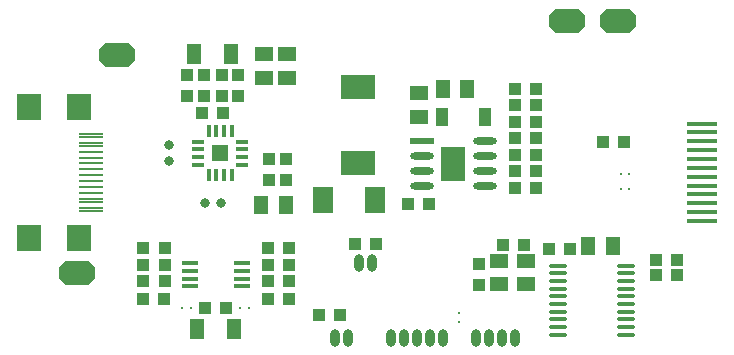
<source format=gtp>
G04 Layer_Color=8421504*
%FSLAX44Y44*%
%MOMM*%
G71*
G01*
G75*
%ADD10R,1.5000X1.2000*%
%ADD11O,1.5000X0.4000*%
%ADD12R,1.4500X0.4500*%
G04:AMPARAMS|DCode=13|XSize=0.99mm|YSize=0.34mm|CornerRadius=0.0425mm|HoleSize=0mm|Usage=FLASHONLY|Rotation=180.000|XOffset=0mm|YOffset=0mm|HoleType=Round|Shape=RoundedRectangle|*
%AMROUNDEDRECTD13*
21,1,0.9900,0.2550,0,0,180.0*
21,1,0.9050,0.3400,0,0,180.0*
1,1,0.0850,-0.4525,0.1275*
1,1,0.0850,0.4525,0.1275*
1,1,0.0850,0.4525,-0.1275*
1,1,0.0850,-0.4525,-0.1275*
%
%ADD13ROUNDEDRECTD13*%
G04:AMPARAMS|DCode=14|XSize=0.99mm|YSize=0.34mm|CornerRadius=0.0425mm|HoleSize=0mm|Usage=FLASHONLY|Rotation=90.000|XOffset=0mm|YOffset=0mm|HoleType=Round|Shape=RoundedRectangle|*
%AMROUNDEDRECTD14*
21,1,0.9900,0.2550,0,0,90.0*
21,1,0.9050,0.3400,0,0,90.0*
1,1,0.0850,0.1275,0.4525*
1,1,0.0850,0.1275,-0.4525*
1,1,0.0850,-0.1275,-0.4525*
1,1,0.0850,-0.1275,0.4525*
%
%ADD14ROUNDEDRECTD14*%
%ADD16R,2.0000X3.0000*%
%ADD17R,2.0000X0.6000*%
%ADD18O,2.0000X0.6000*%
G04:AMPARAMS|DCode=19|XSize=3mm|YSize=2mm|CornerRadius=0mm|HoleSize=0mm|Usage=FLASHONLY|Rotation=180.000|XOffset=0mm|YOffset=0mm|HoleType=Round|Shape=Octagon|*
%AMOCTAGOND19*
4,1,8,-1.5000,0.5000,-1.5000,-0.5000,-1.0000,-1.0000,1.0000,-1.0000,1.5000,-0.5000,1.5000,0.5000,1.0000,1.0000,-1.0000,1.0000,-1.5000,0.5000,0.0*
%
%ADD19OCTAGOND19*%

%ADD20R,1.0000X1.0000*%
%ADD21R,1.2000X1.8000*%
%ADD22R,1.0000X1.0000*%
%ADD23O,0.8000X1.5000*%
%ADD24R,1.2000X1.6300*%
%ADD25R,3.0000X2.0000*%
%ADD26O,0.2000X0.3000*%
%ADD27R,2.5000X0.4000*%
%ADD28R,2.0000X2.2000*%
%ADD29R,2.0000X0.2500*%
%ADD30R,1.8000X2.2200*%
%ADD31R,1.0000X1.5240*%
%ADD32R,1.6300X1.2000*%
%ADD33C,0.8000*%
%ADD34O,0.3000X0.2000*%
%ADD104R,1.3600X1.3600*%
D10*
X413512Y60372D02*
D03*
Y79676D02*
D03*
X436118D02*
D03*
Y60372D02*
D03*
D11*
X521050Y17620D02*
D03*
Y24120D02*
D03*
Y30620D02*
D03*
Y37120D02*
D03*
Y43620D02*
D03*
Y50120D02*
D03*
Y56620D02*
D03*
Y63120D02*
D03*
Y69620D02*
D03*
Y76120D02*
D03*
X463550Y17620D02*
D03*
Y24120D02*
D03*
Y30620D02*
D03*
Y37120D02*
D03*
Y43620D02*
D03*
Y50120D02*
D03*
Y56620D02*
D03*
Y63120D02*
D03*
Y69620D02*
D03*
Y76120D02*
D03*
D12*
X195630Y71580D02*
D03*
Y65080D02*
D03*
Y58580D02*
D03*
Y78080D02*
D03*
X151630Y58580D02*
D03*
Y65080D02*
D03*
Y71580D02*
D03*
Y78080D02*
D03*
D13*
X195610Y161560D02*
D03*
Y168060D02*
D03*
Y174560D02*
D03*
Y181060D02*
D03*
X158410D02*
D03*
Y174560D02*
D03*
Y168060D02*
D03*
Y161560D02*
D03*
D14*
X167260Y152710D02*
D03*
X173760D02*
D03*
X180260D02*
D03*
X186760D02*
D03*
Y189910D02*
D03*
X180260D02*
D03*
X173760D02*
D03*
X167260D02*
D03*
D16*
X374650Y162480D02*
D03*
D17*
X347650Y181530D02*
D03*
D18*
Y168830D02*
D03*
Y156130D02*
D03*
Y143430D02*
D03*
X401650Y181530D02*
D03*
Y168830D02*
D03*
Y156130D02*
D03*
Y143430D02*
D03*
D19*
X55500Y70000D02*
D03*
X514000Y283500D02*
D03*
X90000Y254000D02*
D03*
X470500Y283500D02*
D03*
D20*
X291390Y94500D02*
D03*
X309360D02*
D03*
X546000Y68000D02*
D03*
X563970D02*
D03*
X217450Y62840D02*
D03*
X235420D02*
D03*
X235670Y47600D02*
D03*
X217700D02*
D03*
X217450Y90780D02*
D03*
X235420D02*
D03*
X217450Y76810D02*
D03*
X235420D02*
D03*
X130040Y62840D02*
D03*
X112070D02*
D03*
X111820Y47600D02*
D03*
X129790D02*
D03*
X130040Y90780D02*
D03*
X112070D02*
D03*
X130040Y76810D02*
D03*
X112070D02*
D03*
X444720Y142160D02*
D03*
X426750D02*
D03*
X444720Y198040D02*
D03*
X426750D02*
D03*
X426500Y212010D02*
D03*
X444470D02*
D03*
X426500Y170100D02*
D03*
X444470D02*
D03*
X519110Y180500D02*
D03*
X501140D02*
D03*
X563970Y81000D02*
D03*
X546000D02*
D03*
X416590Y93900D02*
D03*
X434560D02*
D03*
X473680Y90090D02*
D03*
X455710D02*
D03*
X278860Y34500D02*
D03*
X260890D02*
D03*
X444470Y225980D02*
D03*
X426500D02*
D03*
X426750Y156130D02*
D03*
X444720D02*
D03*
X426750Y184070D02*
D03*
X444720D02*
D03*
X354300Y128190D02*
D03*
X336330D02*
D03*
X164360Y39980D02*
D03*
X182330D02*
D03*
X161800Y205600D02*
D03*
X179770D02*
D03*
D21*
X189220Y22200D02*
D03*
X157220D02*
D03*
X186660Y255130D02*
D03*
X154660D02*
D03*
D22*
X178280Y237570D02*
D03*
Y219600D02*
D03*
X163040Y237570D02*
D03*
Y219600D02*
D03*
X396240Y77360D02*
D03*
Y59390D02*
D03*
X218500Y148140D02*
D03*
Y166110D02*
D03*
X192250Y219600D02*
D03*
Y237570D02*
D03*
X149070Y219600D02*
D03*
Y237570D02*
D03*
X233000Y166110D02*
D03*
Y148140D02*
D03*
D23*
X294550Y78330D02*
D03*
X305550D02*
D03*
X285000Y15000D02*
D03*
X274000D02*
D03*
X426500D02*
D03*
X404500D02*
D03*
X415500D02*
D03*
X393500D02*
D03*
X322000D02*
D03*
X366000D02*
D03*
X344000D02*
D03*
X355000D02*
D03*
X333000D02*
D03*
D24*
X509610Y92630D02*
D03*
X488610D02*
D03*
X233000Y127500D02*
D03*
X212000D02*
D03*
X365500Y225500D02*
D03*
X386500D02*
D03*
D25*
X293500Y227000D02*
D03*
Y163000D02*
D03*
D26*
X152392Y40136D02*
D03*
X144924D02*
D03*
X194048Y40234D02*
D03*
X201516D02*
D03*
X516128Y140890D02*
D03*
X523596D02*
D03*
X516128Y153590D02*
D03*
X523596D02*
D03*
D27*
X585000Y151250D02*
D03*
Y158750D02*
D03*
Y196250D02*
D03*
Y188750D02*
D03*
Y181250D02*
D03*
Y173750D02*
D03*
Y166250D02*
D03*
Y143750D02*
D03*
Y136250D02*
D03*
Y128750D02*
D03*
Y121250D02*
D03*
Y113750D02*
D03*
D28*
X57404Y99374D02*
D03*
X15494D02*
D03*
X57658Y210626D02*
D03*
X15494D02*
D03*
D29*
X67580Y187500D02*
D03*
Y180000D02*
D03*
Y167500D02*
D03*
Y152500D02*
D03*
Y142500D02*
D03*
Y130000D02*
D03*
Y122500D02*
D03*
Y125000D02*
D03*
Y137500D02*
D03*
Y132500D02*
D03*
Y147500D02*
D03*
Y172500D02*
D03*
Y177500D02*
D03*
Y185000D02*
D03*
Y162500D02*
D03*
Y157500D02*
D03*
D30*
X308500Y132000D02*
D03*
X264500D02*
D03*
D31*
X401252Y202104D02*
D03*
X365252Y202246D02*
D03*
D32*
X345440Y201510D02*
D03*
Y222510D02*
D03*
X214000Y255500D02*
D03*
Y234500D02*
D03*
X234000D02*
D03*
Y255500D02*
D03*
D33*
X133500Y164500D02*
D03*
Y178000D02*
D03*
X177500Y129000D02*
D03*
X164000D02*
D03*
D34*
X379436Y35746D02*
D03*
Y28278D02*
D03*
D104*
X177010Y171310D02*
D03*
M02*

</source>
